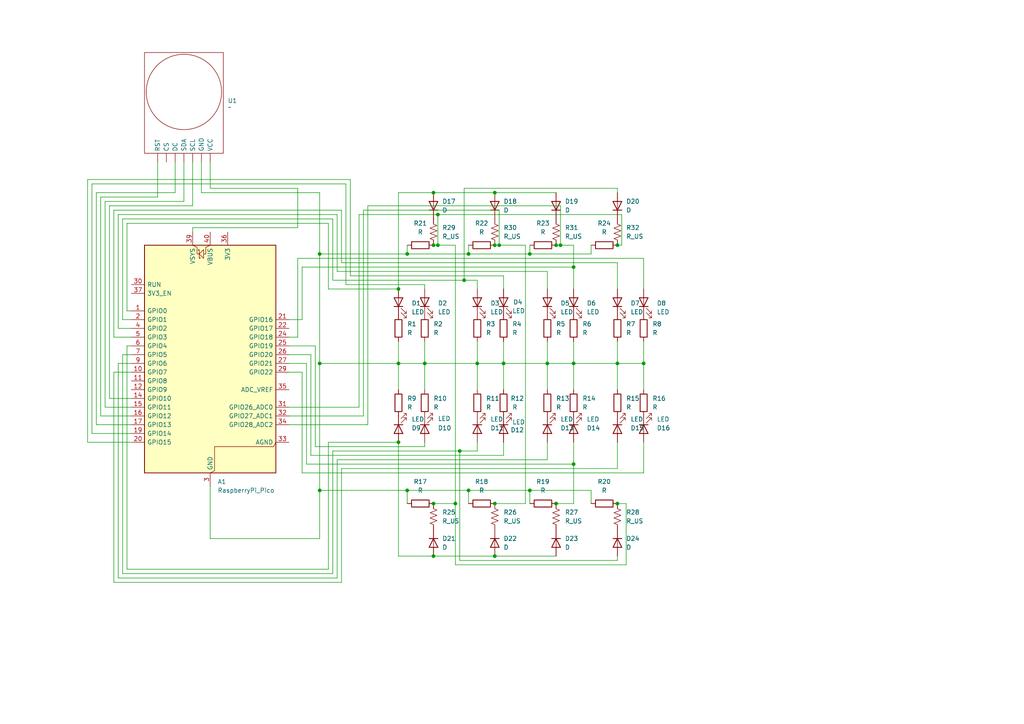
<source format=kicad_sch>
(kicad_sch (version 20250114) (generator "eeschema") (generator_version "9.0")
  (paper "A4")
  (lib_symbols
    (symbol "Device:D" (pin_numbers (hide yes)) (pin_names (offset 1.016) (hide yes))
      (property "Reference" "D" (at 0 2.54 0))
      (property "Value" "D" (at 0 -2.54 0))
      (symbol "D_0_1"
        (polyline (pts (xy -1.27 1.27) (xy -1.27 -1.27)) (stroke (width 0.254)))
        (polyline (pts (xy 1.27 1.27) (xy 1.27 -1.27) (xy -1.27 0) (xy 1.27 1.27)) (stroke (width 0.254)))
        (polyline (pts (xy 1.27 0) (xy -1.27 0)))
      )
      (symbol "D_1_1"
        (pin passive line (at -3.81 0 0) (length 2.54) (name "K") (number "1"))
        (pin passive line (at 3.81 0 180) (length 2.54) (name "A") (number "2"))
      )
    )
    (symbol "Device:LED" (pin_numbers (hide yes)) (pin_names (offset 1.016) (hide yes))
      (property "Reference" "D" (at 0 2.54 0))
      (property "Value" "LED" (at 0 -2.54 0))
      (symbol "LED_0_1"
        (polyline (pts (xy -3.048 -0.762) (xy -4.572 -2.286) (xy -3.81 -2.286) (xy -4.572 -2.286) (xy -4.572 -1.524)))
        (polyline (pts (xy -1.778 -0.762) (xy -3.302 -2.286) (xy -2.54 -2.286) (xy -3.302 -2.286) (xy -3.302 -1.524)))
        (polyline (pts (xy -1.27 0) (xy 1.27 0)))
        (polyline (pts (xy -1.27 -1.27) (xy -1.27 1.27)) (stroke (width 0.254)))
        (polyline (pts (xy 1.27 -1.27) (xy 1.27 1.27) (xy -1.27 0) (xy 1.27 -1.27)) (stroke (width 0.254)))
      )
      (symbol "LED_1_1"
        (pin passive line (at -3.81 0 0) (length 2.54) (name "K") (number "1"))
        (pin passive line (at 3.81 0 180) (length 2.54) (name "A") (number "2"))
      )
    )
    (symbol "Device:R" (pin_numbers (hide yes)) (pin_names (offset 0))
      (property "Reference" "R" (at 2.032 0 90))
      (property "Value" "R" (at 0 0 90))
      (symbol "R_0_1"
        (rectangle (start -1.016 -2.54) (end 1.016 2.54) (stroke (width 0.254)))
      )
      (symbol "R_1_1"
        (pin passive line (at 0 3.81 270) (length 1.27) (name "~") (number "1"))
        (pin passive line (at 0 -3.81 90) (length 1.27) (name "~") (number "2"))
      )
    )
    (symbol "Device:R_US" (pin_numbers (hide yes)) (pin_names (offset 0))
      (property "Reference" "R" (at 2.54 0 90))
      (property "Value" "R_US" (at -2.54 0 90))
      (symbol "R_US_0_1"
        (polyline (pts (xy 0 2.286) (xy 0 2.54)))
        (polyline (pts (xy 0 2.286) (xy 1.016 1.905) (xy 0 1.524) (xy -1.016 1.143) (xy 0 0.762)))
        (polyline (pts (xy 0 0.762) (xy 1.016 0.381) (xy 0 0) (xy -1.016 -0.381) (xy 0 -0.762)))
        (polyline (pts (xy 0 -0.762) (xy 1.016 -1.143) (xy 0 -1.524) (xy -1.016 -1.905) (xy 0 -2.286)))
        (polyline (pts (xy 0 -2.286) (xy 0 -2.54)))
      )
      (symbol "R_US_1_1"
        (pin passive line (at 0 3.81 270) (length 1.27) (name "~") (number "1"))
        (pin passive line (at 0 -3.81 90) (length 1.27) (name "~") (number "2"))
      )
    )
    (symbol "KS_Maker:gc9a01"
      (property "Reference" "U" (at 0 0 0))
      (symbol "gc9a01_0_1"
        (rectangle (start -11.43 17.78) (end 11.43 -11.43))
        (circle (center 0 6.35) (radius 10.925))
      )
      (symbol "gc9a01_1_1"
        (pin bidirectional line (at -7.62 -13.97 90) (length 2.54) (name "RST") (number ""))
        (pin bidirectional line (at -5.08 -13.97 90) (length 2.54) (name "CS") (number ""))
        (pin bidirectional line (at -2.54 -13.97 90) (length 2.54) (name "DC") (number ""))
        (pin bidirectional line (at 0 -13.97 90) (length 2.54) (name "SDA") (number ""))
        (pin bidirectional line (at 2.54 -13.97 90) (length 2.54) (name "SCL") (number ""))
        (pin bidirectional line (at 5.08 -13.97 90) (length 2.54) (name "GND") (number ""))
        (pin bidirectional line (at 7.62 -13.97 90) (length 2.54) (name "VCC") (number ""))
      )
    )
    (symbol "MCU_Module:RaspberryPi_Pico" (pin_names (offset 0.762))
      (property "Reference" "A" (at -19.05 35.56 0))
      (property "Value" "RaspberryPi_Pico" (at 7.62 35.56 0))
      (symbol "RaspberryPi_Pico_0_1"
        (rectangle (start -19.05 34.29) (end 19.05 -31.75) (stroke (width 0.254)) (fill (type background)))
        (polyline (pts (xy -5.08 34.29) (xy -3.81 33.655) (xy -3.81 31.75) (xy -3.175 31.75)))
        (polyline (pts (xy -3.429 32.766) (xy -3.429 33.02) (xy -3.175 33.02) (xy -3.175 30.48) (xy -2.921 30.48) (xy -2.921 30.734)))
        (polyline (pts (xy -3.175 31.75) (xy -1.905 33.02) (xy -1.905 30.48) (xy -3.175 31.75)))
        (polyline (pts (xy 0 34.29) (xy -1.27 33.655) (xy -1.27 31.75) (xy -1.905 31.75)))
        (polyline (pts (xy 0 -31.75) (xy 1.27 -31.115) (xy 1.27 -24.13) (xy 18.415 -24.13) (xy 19.05 -22.86)))
      )
      (symbol "RaspberryPi_Pico_1_1"
        (pin passive line (at -22.86 22.86 0) (length 3.81) (name "RUN") (number "30"))
        (pin passive line (at -22.86 20.32 0) (length 3.81) (name "3V3_EN") (number "37"))
        (pin bidirectional line (at -22.86 15.24 0) (length 3.81) (name "GPIO0") (number "1"))
        (pin bidirectional line (at -22.86 12.7 0) (length 3.81) (name "GPIO1") (number "2"))
        (pin bidirectional line (at -22.86 10.16 0) (length 3.81) (name "GPIO2") (number "4"))
        (pin bidirectional line (at -22.86 7.62 0) (length 3.81) (name "GPIO3") (number "5"))
        (pin bidirectional line (at -22.86 5.08 0) (length 3.81) (name "GPIO4") (number "6"))
        (pin bidirectional line (at -22.86 2.54 0) (length 3.81) (name "GPIO5") (number "7"))
        (pin bidirectional line (at -22.86 0 0) (length 3.81) (name "GPIO6") (number "9"))
        (pin bidirectional line (at -22.86 -2.54 0) (length 3.81) (name "GPIO7") (number "10"))
        (pin bidirectional line (at -22.86 -5.08 0) (length 3.81) (name "GPIO8") (number "11"))
        (pin bidirectional line (at -22.86 -7.62 0) (length 3.81) (name "GPIO9") (number "12"))
        (pin bidirectional line (at -22.86 -10.16 0) (length 3.81) (name "GPIO10") (number "14"))
        (pin bidirectional line (at -22.86 -12.7 0) (length 3.81) (name "GPIO11") (number "15"))
        (pin bidirectional line (at -22.86 -15.24 0) (length 3.81) (name "GPIO12") (number "16"))
        (pin bidirectional line (at -22.86 -17.78 0) (length 3.81) (name "GPIO13") (number "17"))
        (pin bidirectional line (at -22.86 -20.32 0) (length 3.81) (name "GPIO14") (number "19"))
        (pin bidirectional line (at -22.86 -22.86 0) (length 3.81) (name "GPIO15") (number "20"))
        (pin power_in line (at -5.08 38.1 270) (length 3.81) (name "VSYS") (number "39"))
        (pin power_out line (at 0 38.1 270) (length 3.81) (name "VBUS") (number "40"))
        (pin passive line (at 0 -35.56 90) (length 3.81) (hide yes) (name "GND") (number "13"))
        (pin passive line (at 0 -35.56 90) (length 3.81) (hide yes) (name "GND") (number "18"))
        (pin passive line (at 0 -35.56 90) (length 3.81) (hide yes) (name "GND") (number "23"))
        (pin passive line (at 0 -35.56 90) (length 3.81) (hide yes) (name "GND") (number "28"))
        (pin power_out line (at 0 -35.56 90) (length 3.81) (name "GND") (number "3"))
        (pin passive line (at 0 -35.56 90) (length 3.81) (hide yes) (name "GND") (number "38"))
        (pin passive line (at 0 -35.56 90) (length 3.81) (hide yes) (name "GND") (number "8"))
        (pin power_out line (at 5.08 38.1 270) (length 3.81) (name "3V3") (number "36"))
        (pin bidirectional line (at 22.86 12.7 180) (length 3.81) (name "GPIO16") (number "21"))
        (pin bidirectional line (at 22.86 10.16 180) (length 3.81) (name "GPIO17") (number "22"))
        (pin bidirectional line (at 22.86 7.62 180) (length 3.81) (name "GPIO18") (number "24"))
        (pin bidirectional line (at 22.86 5.08 180) (length 3.81) (name "GPIO19") (number "25"))
        (pin bidirectional line (at 22.86 2.54 180) (length 3.81) (name "GPIO20") (number "26"))
        (pin bidirectional line (at 22.86 0 180) (length 3.81) (name "GPIO21") (number "27"))
        (pin bidirectional line (at 22.86 -2.54 180) (length 3.81) (name "GPIO22") (number "29"))
        (pin power_in line (at 22.86 -7.62 180) (length 3.81) (name "ADC_VREF") (number "35"))
        (pin bidirectional line (at 22.86 -12.7 180) (length 3.81) (name "GPIO26_ADC0") (number "31"))
        (pin bidirectional line (at 22.86 -15.24 180) (length 3.81) (name "GPIO27_ADC1") (number "32"))
        (pin bidirectional line (at 22.86 -17.78 180) (length 3.81) (name "GPIO28_ADC2") (number "34"))
        (pin power_out line (at 22.86 -22.86 180) (length 3.81) (name "AGND") (number "33"))
      )
    )
  )
  (junction (at 143.51 55.88))
  (junction (at 92.71 105.41))
  (junction (at 135.89 73.66))
  (junction (at 143.51 161.29))
  (junction (at 138.43 105.41))
  (junction (at 186.69 105.41))
  (junction (at 143.51 71.12))
  (junction (at 166.37 105.41))
  (junction (at 125.73 161.29))
  (junction (at 125.73 55.88))
  (junction (at 123.19 105.41))
  (junction (at 92.71 142.24))
  (junction (at 166.37 77.47))
  (junction (at 161.29 71.12))
  (junction (at 135.89 142.24))
  (junction (at 125.73 146.05))
  (junction (at 153.67 142.24))
  (junction (at 134.62 81.28))
  (junction (at 118.11 142.24))
  (junction (at 179.07 71.12))
  (junction (at 115.57 83.82))
  (junction (at 161.29 146.05))
  (junction (at 115.57 105.41))
  (junction (at 179.07 146.05))
  (junction (at 127 62.23))
  (junction (at 118.11 73.66))
  (junction (at 146.05 105.41))
  (junction (at 144.78 71.12))
  (junction (at 132.08 146.05))
  (junction (at 166.37 134.62))
  (junction (at 115.57 128.27))
  (junction (at 143.51 146.05))
  (junction (at 92.71 73.66))
  (junction (at 158.75 105.41))
  (junction (at 127 71.12))
  (junction (at 125.73 71.12))
  (junction (at 162.56 71.12))
  (junction (at 133.35 130.81))
  (junction (at 153.67 73.66))
  (junction (at 179.07 105.41))
  (wire (pts (xy 179.07 135.89) (xy 179.07 128.27)))
  (wire (pts (xy 83.82 107.95) (xy 87.63 107.95)))
  (wire (pts (xy 90.17 102.87) (xy 90.17 132.08)))
  (wire (pts (xy 34.29 167.64) (xy 97.79 167.64)))
  (wire (pts (xy 179.07 76.2) (xy 179.07 83.82)))
  (wire (pts (xy 179.07 105.41) (xy 179.07 113.03)))
  (wire (pts (xy 135.89 142.24) (xy 118.11 142.24)))
  (wire (pts (xy 143.51 161.29) (xy 161.29 161.29)))
  (wire (pts (xy 35.56 166.37) (xy 35.56 102.87)))
  (wire (pts (xy 95.25 64.77) (xy 95.25 83.82)))
  (wire (pts (xy 143.51 71.12) (xy 144.78 71.12)))
  (wire (pts (xy 55.88 66.04) (xy 86.36 66.04)))
  (wire (pts (xy 144.78 60.96) (xy 144.78 71.12)))
  (wire (pts (xy 138.43 105.41) (xy 146.05 105.41)))
  (wire (pts (xy 33.02 60.96) (xy 99.06 60.96)))
  (wire (pts (xy 115.57 83.82) (xy 115.57 55.88)))
  (wire (pts (xy 132.08 163.83) (xy 132.08 146.05)))
  (wire (pts (xy 97.79 78.74) (xy 158.75 78.74)))
  (wire (pts (xy 35.56 102.87) (xy 38.1 102.87)))
  (wire (pts (xy 166.37 105.41) (xy 179.07 105.41)))
  (wire (pts (xy 25.4 128.27) (xy 25.4 52.07)))
  (wire (pts (xy 36.83 165.1) (xy 95.25 165.1)))
  (wire (pts (xy 92.71 73.66) (xy 92.71 105.41)))
  (wire (pts (xy 96.52 130.81) (xy 96.52 166.37)))
  (wire (pts (xy 171.45 142.24) (xy 153.67 142.24)))
  (wire (pts (xy 96.52 166.37) (xy 35.56 166.37)))
  (wire (pts (xy 38.1 105.41) (xy 34.29 105.41)))
  (wire (pts (xy 123.19 82.55) (xy 123.19 83.82)))
  (wire (pts (xy 123.19 99.06) (xy 123.19 105.41)))
  (wire (pts (xy 38.1 97.79) (xy 33.02 97.79)))
  (wire (pts (xy 27.94 55.88) (xy 50.8 55.88)))
  (wire (pts (xy 143.51 146.05) (xy 152.4 146.05)))
  (wire (pts (xy 91.44 129.54) (xy 123.19 129.54)))
  (wire (pts (xy 186.69 74.93) (xy 186.69 83.82)))
  (wire (pts (xy 90.17 132.08) (xy 146.05 132.08)))
  (wire (pts (xy 25.4 52.07) (xy 101.6 52.07)))
  (wire (pts (xy 38.1 100.33) (xy 36.83 100.33)))
  (wire (pts (xy 152.4 146.05) (xy 152.4 71.12)))
  (wire (pts (xy 38.1 125.73) (xy 26.67 125.73)))
  (wire (pts (xy 38.1 118.11) (xy 30.48 118.11)))
  (wire (pts (xy 60.96 140.97) (xy 60.96 156.21)))
  (wire (pts (xy 50.8 55.88) (xy 50.8 46.99)))
  (wire (pts (xy 60.96 156.21) (xy 92.71 156.21)))
  (wire (pts (xy 158.75 78.74) (xy 158.75 83.82)))
  (wire (pts (xy 134.62 81.28) (xy 134.62 54.61)))
  (wire (pts (xy 158.75 99.06) (xy 158.75 105.41)))
  (wire (pts (xy 138.43 105.41) (xy 138.43 113.03)))
  (wire (pts (xy 132.08 71.12) (xy 127 71.12)))
  (wire (pts (xy 166.37 105.41) (xy 166.37 113.03)))
  (wire (pts (xy 38.1 115.57) (xy 31.75 115.57)))
  (wire (pts (xy 133.35 130.81) (xy 96.52 130.81)))
  (wire (pts (xy 105.41 120.65) (xy 105.41 60.96)))
  (wire (pts (xy 38.1 95.25) (xy 34.29 95.25)))
  (wire (pts (xy 55.88 66.04) (xy 55.88 67.31)))
  (wire (pts (xy 127 62.23) (xy 127 71.12)))
  (wire (pts (xy 135.89 146.05) (xy 135.89 142.24)))
  (wire (pts (xy 86.36 54.61) (xy 86.36 66.04)))
  (wire (pts (xy 158.75 105.41) (xy 166.37 105.41)))
  (wire (pts (xy 83.82 97.79) (xy 86.36 97.79)))
  (wire (pts (xy 180.34 71.12) (xy 180.34 62.23)))
  (wire (pts (xy 92.71 105.41) (xy 115.57 105.41)))
  (wire (pts (xy 29.21 120.65) (xy 29.21 57.15)))
  (wire (pts (xy 34.29 62.23) (xy 97.79 62.23)))
  (wire (pts (xy 125.73 55.88) (xy 143.51 55.88)))
  (wire (pts (xy 95.25 165.1) (xy 95.25 128.27)))
  (wire (pts (xy 100.33 82.55) (xy 123.19 82.55)))
  (wire (pts (xy 96.52 81.28) (xy 134.62 81.28)))
  (wire (pts (xy 186.69 99.06) (xy 186.69 105.41)))
  (wire (pts (xy 97.79 167.64) (xy 97.79 133.35)))
  (wire (pts (xy 83.82 102.87) (xy 90.17 102.87)))
  (wire (pts (xy 92.71 73.66) (xy 118.11 73.66)))
  (wire (pts (xy 186.69 105.41) (xy 186.69 113.03)))
  (wire (pts (xy 87.63 77.47) (xy 166.37 77.47)))
  (wire (pts (xy 166.37 83.82) (xy 166.37 77.47)))
  (wire (pts (xy 31.75 59.69) (xy 55.88 59.69)))
  (wire (pts (xy 91.44 100.33) (xy 91.44 129.54)))
  (wire (pts (xy 179.07 54.61) (xy 179.07 55.88)))
  (wire (pts (xy 33.02 168.91) (xy 99.06 168.91)))
  (wire (pts (xy 92.71 105.41) (xy 92.71 142.24)))
  (wire (pts (xy 30.48 118.11) (xy 30.48 58.42)))
  (wire (pts (xy 125.73 146.05) (xy 132.08 146.05)))
  (wire (pts (xy 86.36 54.61) (xy 60.96 54.61)))
  (wire (pts (xy 86.36 74.93) (xy 186.69 74.93)))
  (wire (pts (xy 125.73 161.29) (xy 143.51 161.29)))
  (wire (pts (xy 36.83 100.33) (xy 36.83 165.1)))
  (wire (pts (xy 115.57 161.29) (xy 125.73 161.29)))
  (wire (pts (xy 138.43 130.81) (xy 133.35 130.81)))
  (wire (pts (xy 144.78 71.12) (xy 152.4 71.12)))
  (wire (pts (xy 153.67 73.66) (xy 135.89 73.66)))
  (wire (pts (xy 123.19 105.41) (xy 123.19 113.03)))
  (wire (pts (xy 161.29 71.12) (xy 162.56 71.12)))
  (wire (pts (xy 92.71 142.24) (xy 118.11 142.24)))
  (wire (pts (xy 100.33 53.34) (xy 100.33 82.55)))
  (wire (pts (xy 115.57 55.88) (xy 125.73 55.88)))
  (wire (pts (xy 123.19 129.54) (xy 123.19 128.27)))
  (wire (pts (xy 83.82 92.71) (xy 87.63 92.71)))
  (wire (pts (xy 31.75 115.57) (xy 31.75 59.69)))
  (wire (pts (xy 171.45 146.05) (xy 171.45 142.24)))
  (wire (pts (xy 97.79 133.35) (xy 158.75 133.35)))
  (wire (pts (xy 146.05 80.01) (xy 146.05 83.82)))
  (wire (pts (xy 92.71 156.21) (xy 92.71 142.24)))
  (wire (pts (xy 166.37 134.62) (xy 166.37 128.27)))
  (wire (pts (xy 181.61 163.83) (xy 132.08 163.83)))
  (wire (pts (xy 138.43 81.28) (xy 138.43 83.82)))
  (wire (pts (xy 133.35 130.81) (xy 133.35 162.56)))
  (wire (pts (xy 83.82 118.11) (xy 104.14 118.11)))
  (wire (pts (xy 53.34 58.42) (xy 53.34 46.99)))
  (wire (pts (xy 38.1 90.17) (xy 36.83 90.17)))
  (wire (pts (xy 38.1 123.19) (xy 27.94 123.19)))
  (wire (pts (xy 171.45 71.12) (xy 171.45 73.66)))
  (wire (pts (xy 99.06 76.2) (xy 179.07 76.2)))
  (wire (pts (xy 55.88 59.69) (xy 55.88 46.99)))
  (wire (pts (xy 123.19 105.41) (xy 138.43 105.41)))
  (wire (pts (xy 146.05 99.06) (xy 146.05 105.41)))
  (wire (pts (xy 135.89 73.66) (xy 118.11 73.66)))
  (wire (pts (xy 83.82 105.41) (xy 88.9 105.41)))
  (wire (pts (xy 33.02 107.95) (xy 33.02 168.91)))
  (wire (pts (xy 35.56 63.5) (xy 96.52 63.5)))
  (wire (pts (xy 34.29 95.25) (xy 34.29 62.23)))
  (wire (pts (xy 179.07 71.12) (xy 180.34 71.12)))
  (wire (pts (xy 179.07 146.05) (xy 181.61 146.05)))
  (wire (pts (xy 115.57 105.41) (xy 123.19 105.41)))
  (wire (pts (xy 181.61 146.05) (xy 181.61 163.83)))
  (wire (pts (xy 132.08 146.05) (xy 132.08 71.12)))
  (wire (pts (xy 88.9 134.62) (xy 166.37 134.62)))
  (wire (pts (xy 38.1 128.27) (xy 25.4 128.27)))
  (wire (pts (xy 58.42 46.99) (xy 58.42 55.88)))
  (wire (pts (xy 166.37 77.47) (xy 166.37 71.12)))
  (wire (pts (xy 134.62 81.28) (xy 138.43 81.28)))
  (wire (pts (xy 146.05 132.08) (xy 146.05 128.27)))
  (wire (pts (xy 115.57 105.41) (xy 115.57 113.03)))
  (wire (pts (xy 106.68 59.69) (xy 162.56 59.69)))
  (wire (pts (xy 162.56 71.12) (xy 166.37 71.12)))
  (wire (pts (xy 115.57 128.27) (xy 115.57 161.29)))
  (wire (pts (xy 104.14 62.23) (xy 127 62.23)))
  (wire (pts (xy 162.56 59.69) (xy 162.56 71.12)))
  (wire (pts (xy 105.41 60.96) (xy 144.78 60.96)))
  (wire (pts (xy 38.1 107.95) (xy 33.02 107.95)))
  (wire (pts (xy 29.21 57.15) (xy 45.72 57.15)))
  (wire (pts (xy 36.83 64.77) (xy 95.25 64.77)))
  (wire (pts (xy 180.34 62.23) (xy 127 62.23)))
  (wire (pts (xy 83.82 120.65) (xy 105.41 120.65)))
  (wire (pts (xy 95.25 128.27) (xy 115.57 128.27)))
  (wire (pts (xy 30.48 58.42) (xy 53.34 58.42)))
  (wire (pts (xy 127 71.12) (xy 125.73 71.12)))
  (wire (pts (xy 97.79 62.23) (xy 97.79 78.74)))
  (wire (pts (xy 83.82 123.19) (xy 106.68 123.19)))
  (wire (pts (xy 60.96 54.61) (xy 60.96 46.99)))
  (wire (pts (xy 104.14 118.11) (xy 104.14 62.23)))
  (wire (pts (xy 33.02 97.79) (xy 33.02 60.96)))
  (wire (pts (xy 101.6 52.07) (xy 101.6 80.01)))
  (wire (pts (xy 87.63 92.71) (xy 87.63 77.47)))
  (wire (pts (xy 158.75 105.41) (xy 158.75 113.03)))
  (wire (pts (xy 153.67 146.05) (xy 153.67 142.24)))
  (wire (pts (xy 171.45 73.66) (xy 153.67 73.66)))
  (wire (pts (xy 26.67 125.73) (xy 26.67 53.34)))
  (wire (pts (xy 95.25 83.82) (xy 115.57 83.82)))
  (wire (pts (xy 179.07 99.06) (xy 179.07 105.41)))
  (wire (pts (xy 86.36 97.79) (xy 86.36 74.93)))
  (wire (pts (xy 166.37 146.05) (xy 166.37 134.62)))
  (wire (pts (xy 34.29 105.41) (xy 34.29 167.64)))
  (wire (pts (xy 146.05 105.41) (xy 146.05 113.03)))
  (wire (pts (xy 106.68 123.19) (xy 106.68 59.69)))
  (wire (pts (xy 96.52 63.5) (xy 96.52 81.28)))
  (wire (pts (xy 115.57 99.06) (xy 115.57 105.41)))
  (wire (pts (xy 146.05 105.41) (xy 158.75 105.41)))
  (wire (pts (xy 161.29 146.05) (xy 166.37 146.05)))
  (wire (pts (xy 87.63 107.95) (xy 87.63 137.16)))
  (wire (pts (xy 186.69 137.16) (xy 186.69 128.27)))
  (wire (pts (xy 118.11 71.12) (xy 118.11 73.66)))
  (wire (pts (xy 138.43 128.27) (xy 138.43 130.81)))
  (wire (pts (xy 135.89 71.12) (xy 135.89 73.66)))
  (wire (pts (xy 143.51 55.88) (xy 161.29 55.88)))
  (wire (pts (xy 138.43 99.06) (xy 138.43 105.41)))
  (wire (pts (xy 35.56 92.71) (xy 35.56 63.5)))
  (wire (pts (xy 92.71 55.88) (xy 92.71 73.66)))
  (wire (pts (xy 27.94 123.19) (xy 27.94 55.88)))
  (wire (pts (xy 99.06 60.96) (xy 99.06 76.2)))
  (wire (pts (xy 26.67 53.34) (xy 100.33 53.34)))
  (wire (pts (xy 88.9 105.41) (xy 88.9 134.62)))
  (wire (pts (xy 158.75 133.35) (xy 158.75 128.27)))
  (wire (pts (xy 87.63 137.16) (xy 186.69 137.16)))
  (wire (pts (xy 83.82 100.33) (xy 91.44 100.33)))
  (wire (pts (xy 38.1 92.71) (xy 35.56 92.71)))
  (wire (pts (xy 134.62 54.61) (xy 179.07 54.61)))
  (wire (pts (xy 101.6 80.01) (xy 146.05 80.01)))
  (wire (pts (xy 45.72 57.15) (xy 45.72 46.99)))
  (wire (pts (xy 99.06 135.89) (xy 179.07 135.89)))
  (wire (pts (xy 153.67 71.12) (xy 153.67 73.66)))
  (wire (pts (xy 118.11 146.05) (xy 118.11 142.24)))
  (wire (pts (xy 36.83 90.17) (xy 36.83 64.77)))
  (wire (pts (xy 58.42 55.88) (xy 92.71 55.88)))
  (wire (pts (xy 133.35 162.56) (xy 179.07 162.56)))
  (wire (pts (xy 166.37 105.41) (xy 166.37 99.06)))
  (wire (pts (xy 38.1 120.65) (xy 29.21 120.65)))
  (wire (pts (xy 99.06 168.91) (xy 99.06 135.89)))
  (wire (pts (xy 179.07 105.41) (xy 186.69 105.41)))
  (wire (pts (xy 153.67 142.24) (xy 135.89 142.24)))
  (wire (pts (xy 179.07 161.29) (xy 179.07 162.56)))
  (symbol (lib_id "Device:LED") (at 123.19 124.46 90) (mirror x) (unit 1)
    (property "Reference" "D10" (at 127 124.1426 90) (effects (justify right)))
    (property "Value" "LED" (at 127 121.412 90) (effects (justify right)))
    (property "Description" "Light emitting diode" (effects (hide yes)))
    (property "Sim.Pins" "1=K 2=A" (effects (hide yes)))
  )
  (symbol (lib_id "Device:R") (at 179.07 95.25 0) (unit 1)
    (property "Reference" "R7" (at 181.61 93.9799 0) (effects (justify left)))
    (property "Value" "R" (at 181.61 96.5199 0) (effects (justify left)))
    (property "Description" "Resistor" (effects (hide yes)))
  )
  (symbol (lib_id "Device:R") (at 158.75 116.84 0) (unit 1)
    (property "Reference" "R13" (at 161.29 115.5699 0) (effects (justify left)))
    (property "Value" "R" (at 161.29 118.1099 0) (effects (justify left)))
    (property "Description" "Resistor" (effects (hide yes)))
  )
  (symbol (lib_id "Device:R") (at 166.37 95.25 0) (unit 1)
    (property "Reference" "R6" (at 168.91 93.9799 0) (effects (justify left)))
    (property "Value" "R" (at 168.91 96.5199 0) (effects (justify left)))
    (property "Description" "Resistor" (effects (hide yes)))
  )
  (symbol (lib_id "Device:R") (at 166.37 116.84 0) (unit 1)
    (property "Reference" "R14" (at 168.91 115.5699 0) (effects (justify left)))
    (property "Value" "R" (at 168.91 118.1099 0) (effects (justify left)))
    (property "Description" "Resistor" (effects (hide yes)))
  )
  (symbol (lib_id "Device:LED") (at 146.05 124.46 90) (mirror x) (unit 1)
    (property "Reference" "D12" (at 148.082 124.714 90) (effects (justify right)))
    (property "Value" "LED" (at 148.59 122.428 90) (effects (justify right)))
    (property "Description" "Light emitting diode" (effects (hide yes)))
    (property "Sim.Pins" "1=K 2=A" (effects (hide yes)))
  )
  (symbol (lib_id "Device:D") (at 179.07 59.69 90) (unit 1)
    (property "Reference" "D20" (at 181.61 58.4199 90) (effects (justify right)))
    (property "Value" "D" (at 181.61 60.9599 90) (effects (justify right)))
    (property "Description" "Diode" (effects (hide yes)))
    (property "Sim.Device" "D" (effects (hide yes)))
    (property "Sim.Pins" "1=K 2=A" (effects (hide yes)))
  )
  (symbol (lib_id "Device:R") (at 139.7 71.12 90) (unit 1)
    (property "Reference" "R22" (at 139.7 64.77 90))
    (property "Value" "R" (at 139.7 67.31 90))
    (property "Description" "Resistor" (effects (hide yes)))
  )
  (symbol (lib_id "Device:D") (at 161.29 157.48 270) (unit 1)
    (property "Reference" "D23" (at 163.83 156.2099 90) (effects (justify left)))
    (property "Value" "D" (at 163.83 158.7499 90) (effects (justify left)))
    (property "Description" "Diode" (effects (hide yes)))
    (property "Sim.Device" "D" (effects (hide yes)))
    (property "Sim.Pins" "1=K 2=A" (effects (hide yes)))
  )
  (symbol (lib_id "Device:R") (at 186.69 116.84 0) (unit 1)
    (property "Reference" "R16" (at 189.23 115.5699 0) (effects (justify left)))
    (property "Value" "R" (at 189.23 118.1099 0) (effects (justify left)))
    (property "Description" "Resistor" (effects (hide yes)))
  )
  (symbol (lib_id "Device:R_US") (at 161.29 67.31 0) (unit 1)
    (property "Reference" "R31" (at 163.83 66.0399 0) (effects (justify left)))
    (property "Value" "R_US" (at 163.83 68.5799 0) (effects (justify left)))
    (property "Description" "Resistor, US symbol" (effects (hide yes)))
  )
  (symbol (lib_id "Device:LED") (at 158.75 124.46 90) (mirror x) (unit 1)
    (property "Reference" "D13" (at 162.56 124.1426 90) (effects (justify right)))
    (property "Value" "LED" (at 162.56 121.6026 90) (effects (justify right)))
    (property "Description" "Light emitting diode" (effects (hide yes)))
    (property "Sim.Pins" "1=K 2=A" (effects (hide yes)))
  )
  (symbol (lib_id "Device:R") (at 157.48 71.12 90) (unit 1)
    (property "Reference" "R23" (at 157.48 64.77 90))
    (property "Value" "R" (at 157.48 67.31 90))
    (property "Description" "Resistor" (effects (hide yes)))
  )
  (symbol (lib_id "MCU_Module:RaspberryPi_Pico") (at 60.96 105.41 0) (unit 1)
    (property "Reference" "A1" (at 63.1033 139.7 0) (effects (justify left)))
    (property "Value" "RaspberryPi_Pico" (at 63.1033 142.24 0) (effects (justify left)))
    (property "Footprint" "Module:RaspberryPi_Pico_Common_Unspecified" (effects (hide yes)))
    (property "Datasheet" "https://datasheets.raspberrypi.com/pico/pico-datasheet.pdf" (effects (hide yes)))
    (property "Description" "Versatile and inexpensive microcontroller module powered by RP2040 dual-core Arm Cortex-M0+ processor up to 133 MHz, 264kB SRAM, 2MB QSPI flash; also supports Raspberry Pi Pico 2" (effects (hide yes)))
  )
  (symbol (lib_id "Device:R_US") (at 179.07 67.31 0) (unit 1)
    (property "Reference" "R32" (at 181.61 66.0399 0) (effects (justify left)))
    (property "Value" "R_US" (at 181.61 68.5799 0) (effects (justify left)))
    (property "Description" "Resistor, US symbol" (effects (hide yes)))
  )
  (symbol (lib_id "Device:R") (at 138.43 95.25 0) (unit 1)
    (property "Reference" "R3" (at 140.97 93.9799 0) (effects (justify left)))
    (property "Value" "R" (at 140.97 96.5199 0) (effects (justify left)))
    (property "Description" "Resistor" (effects (hide yes)))
  )
  (symbol (lib_id "Device:LED") (at 123.19 87.63 90) (unit 1)
    (property "Reference" "D2" (at 127 87.9474 90) (effects (justify right)))
    (property "Value" "LED" (at 127 90.4874 90) (effects (justify right)))
    (property "Description" "Light emitting diode" (effects (hide yes)))
    (property "Sim.Pins" "1=K 2=A" (effects (hide yes)))
  )
  (symbol (lib_id "Device:R_US") (at 125.73 67.31 0) (unit 1)
    (property "Reference" "R29" (at 128.27 66.0399 0) (effects (justify left)))
    (property "Value" "R_US" (at 128.27 68.5799 0) (effects (justify left)))
    (property "Description" "Resistor, US symbol" (effects (hide yes)))
  )
  (symbol (lib_id "Device:R_US") (at 179.07 149.86 0) (unit 1)
    (property "Reference" "R28" (at 181.61 148.5899 0) (effects (justify left)))
    (property "Value" "R_US" (at 181.61 151.1299 0) (effects (justify left)))
    (property "Description" "Resistor, US symbol" (effects (hide yes)))
  )
  (symbol (lib_id "Device:R") (at 139.7 146.05 90) (unit 1)
    (property "Reference" "R18" (at 139.7 139.7 90))
    (property "Value" "R" (at 139.7 142.24 90))
    (property "Description" "Resistor" (effects (hide yes)))
  )
  (symbol (lib_id "Device:LED") (at 166.37 87.63 90) (unit 1)
    (property "Reference" "D6" (at 170.18 87.9474 90) (effects (justify right)))
    (property "Value" "LED" (at 170.18 90.4874 90) (effects (justify right)))
    (property "Description" "Light emitting diode" (effects (hide yes)))
    (property "Sim.Pins" "1=K 2=A" (effects (hide yes)))
  )
  (symbol (lib_id "Device:R") (at 186.69 95.25 0) (unit 1)
    (property "Reference" "R8" (at 189.23 93.9799 0) (effects (justify left)))
    (property "Value" "R" (at 189.23 96.5199 0) (effects (justify left)))
    (property "Description" "Resistor" (effects (hide yes)))
  )
  (symbol (lib_id "Device:R") (at 115.57 116.84 0) (unit 1)
    (property "Reference" "R9" (at 118.11 115.5699 0) (effects (justify left)))
    (property "Value" "R" (at 118.11 118.1099 0) (effects (justify left)))
    (property "Description" "Resistor" (effects (hide yes)))
  )
  (symbol (lib_id "Device:LED") (at 138.43 124.46 90) (mirror x) (unit 1)
    (property "Reference" "D11" (at 142.24 124.1426 90) (effects (justify right)))
    (property "Value" "LED" (at 142.24 121.6026 90) (effects (justify right)))
    (property "Description" "Light emitting diode" (effects (hide yes)))
    (property "Sim.Pins" "1=K 2=A" (effects (hide yes)))
  )
  (symbol (lib_id "Device:LED") (at 138.43 87.63 90) (unit 1)
    (property "Reference" "D3" (at 142.24 87.9474 90) (effects (justify right)))
    (property "Value" "LED" (at 142.24 90.4874 90) (effects (justify right)))
    (property "Description" "Light emitting diode" (effects (hide yes)))
    (property "Sim.Pins" "1=K 2=A" (effects (hide yes)))
  )
  (symbol (lib_id "Device:R") (at 175.26 71.12 90) (unit 1)
    (property "Reference" "R24" (at 175.26 64.77 90))
    (property "Value" "R" (at 175.26 67.31 90))
    (property "Description" "Resistor" (effects (hide yes)))
  )
  (symbol (lib_id "Device:LED") (at 179.07 87.63 90) (unit 1)
    (property "Reference" "D7" (at 182.88 87.9474 90) (effects (justify right)))
    (property "Value" "LED" (at 182.88 90.4874 90) (effects (justify right)))
    (property "Description" "Light emitting diode" (effects (hide yes)))
    (property "Sim.Pins" "1=K 2=A" (effects (hide yes)))
  )
  (symbol (lib_id "Device:R") (at 138.43 116.84 0) (unit 1)
    (property "Reference" "R11" (at 140.97 115.5699 0) (effects (justify left)))
    (property "Value" "R" (at 140.97 118.1099 0) (effects (justify left)))
    (property "Description" "Resistor" (effects (hide yes)))
  )
  (symbol (lib_id "Device:R") (at 179.07 116.84 0) (unit 1)
    (property "Reference" "R15" (at 181.61 115.5699 0) (effects (justify left)))
    (property "Value" "R" (at 181.61 118.1099 0) (effects (justify left)))
    (property "Description" "Resistor" (effects (hide yes)))
  )
  (symbol (lib_id "Device:D") (at 161.29 59.69 90) (unit 1)
    (property "Reference" "D19" (at 163.83 58.4199 90) (effects (justify right)))
    (property "Value" "D" (at 163.83 60.9599 90) (effects (justify right)))
    (property "Description" "Diode" (effects (hide yes)))
    (property "Sim.Device" "D" (effects (hide yes)))
    (property "Sim.Pins" "1=K 2=A" (effects (hide yes)))
  )
  (symbol (lib_id "Device:LED") (at 115.57 87.63 90) (unit 1)
    (property "Reference" "D1" (at 119.38 87.9474 90) (effects (justify right)))
    (property "Value" "LED" (at 119.38 90.4874 90) (effects (justify right)))
    (property "Description" "Light emitting diode" (effects (hide yes)))
    (property "Sim.Pins" "1=K 2=A" (effects (hide yes)))
  )
  (symbol (lib_id "Device:R") (at 115.57 95.25 0) (unit 1)
    (property "Reference" "R1" (at 118.11 93.9799 0) (effects (justify left)))
    (property "Value" "R" (at 118.11 96.5199 0) (effects (justify left)))
    (property "Description" "Resistor" (effects (hide yes)))
  )
  (symbol (lib_id "Device:R_US") (at 161.29 149.86 0) (unit 1)
    (property "Reference" "R27" (at 163.83 148.5899 0) (effects (justify left)))
    (property "Value" "R_US" (at 163.83 151.1299 0) (effects (justify left)))
    (property "Description" "Resistor, US symbol" (effects (hide yes)))
  )
  (symbol (lib_id "Device:R_US") (at 143.51 67.31 0) (unit 1)
    (property "Reference" "R30" (at 146.05 66.0399 0) (effects (justify left)))
    (property "Value" "R_US" (at 146.05 68.5799 0) (effects (justify left)))
    (property "Description" "Resistor, US symbol" (effects (hide yes)))
  )
  (symbol (lib_id "Device:R") (at 121.92 146.05 90) (unit 1)
    (property "Reference" "R17" (at 121.92 139.7 90))
    (property "Value" "R" (at 121.92 142.24 90))
    (property "Description" "Resistor" (effects (hide yes)))
  )
  (symbol (lib_id "Device:D") (at 125.73 157.48 270) (unit 1)
    (property "Reference" "D21" (at 128.27 156.2099 90) (effects (justify left)))
    (property "Value" "D" (at 128.27 158.7499 90) (effects (justify left)))
    (property "Description" "Diode" (effects (hide yes)))
    (property "Sim.Device" "D" (effects (hide yes)))
    (property "Sim.Pins" "1=K 2=A" (effects (hide yes)))
  )
  (symbol (lib_id "Device:R") (at 146.05 116.84 0) (unit 1)
    (property "Reference" "R12" (at 148.082 115.57 0) (effects (justify left)))
    (property "Value" "R" (at 148.59 118.1099 0) (effects (justify left)))
    (property "Description" "Resistor" (effects (hide yes)))
  )
  (symbol (lib_id "Device:R") (at 146.05 95.25 0) (unit 1)
    (property "Reference" "R4" (at 148.59 93.9799 0) (effects (justify left)))
    (property "Value" "R" (at 148.59 96.5199 0) (effects (justify left)))
    (property "Description" "Resistor" (effects (hide yes)))
  )
  (symbol (lib_id "KS_Maker:gc9a01") (at 53.34 33.02 0) (unit 1)
    (property "Reference" "U1" (at 66.04 29.2099 0) (effects (justify left)))
    (property "Value" "~" (at 66.04 31.115 0) (effects (justify left)))
  )
  (symbol (lib_id "Device:LED") (at 179.07 124.46 90) (mirror x) (unit 1)
    (property "Reference" "D15" (at 182.88 124.1426 90) (effects (justify right)))
    (property "Value" "LED" (at 182.88 121.6026 90) (effects (justify right)))
    (property "Description" "Light emitting diode" (effects (hide yes)))
    (property "Sim.Pins" "1=K 2=A" (effects (hide yes)))
  )
  (symbol (lib_id "Device:R") (at 123.19 116.84 0) (unit 1)
    (property "Reference" "R10" (at 125.73 115.5699 0) (effects (justify left)))
    (property "Value" "R" (at 125.73 118.1099 0) (effects (justify left)))
    (property "Description" "Resistor" (effects (hide yes)))
  )
  (symbol (lib_id "Device:LED") (at 186.69 124.46 90) (mirror x) (unit 1)
    (property "Reference" "D16" (at 190.5 124.1426 90) (effects (justify right)))
    (property "Value" "LED" (at 190.5 121.6026 90) (effects (justify right)))
    (property "Description" "Light emitting diode" (effects (hide yes)))
    (property "Sim.Pins" "1=K 2=A" (effects (hide yes)))
  )
  (symbol (lib_id "Device:D") (at 179.07 157.48 270) (unit 1)
    (property "Reference" "D24" (at 181.61 156.2099 90) (effects (justify left)))
    (property "Value" "D" (at 181.61 158.7499 90) (effects (justify left)))
    (property "Description" "Diode" (effects (hide yes)))
    (property "Sim.Device" "D" (effects (hide yes)))
    (property "Sim.Pins" "1=K 2=A" (effects (hide yes)))
  )
  (symbol (lib_id "Device:D") (at 125.73 59.69 90) (unit 1)
    (property "Reference" "D17" (at 128.27 58.4199 90) (effects (justify right)))
    (property "Value" "D" (at 128.27 60.9599 90) (effects (justify right)))
    (property "Description" "Diode" (effects (hide yes)))
    (property "Sim.Device" "D" (effects (hide yes)))
    (property "Sim.Pins" "1=K 2=A" (effects (hide yes)))
  )
  (symbol (lib_id "Device:R") (at 175.26 146.05 90) (unit 1)
    (property "Reference" "R20" (at 175.26 139.7 90))
    (property "Value" "R" (at 175.26 142.24 90))
    (property "Description" "Resistor" (effects (hide yes)))
  )
  (symbol (lib_id "Device:LED") (at 146.05 87.63 90) (unit 1)
    (property "Reference" "D4" (at 148.844 87.63 90) (effects (justify right)))
    (property "Value" "LED" (at 148.59 90.17 90) (effects (justify right)))
    (property "Description" "Light emitting diode" (effects (hide yes)))
    (property "Sim.Pins" "1=K 2=A" (effects (hide yes)))
  )
  (symbol (lib_id "Device:LED") (at 158.75 87.63 90) (unit 1)
    (property "Reference" "D5" (at 162.56 87.9474 90) (effects (justify right)))
    (property "Value" "LED" (at 162.56 90.4874 90) (effects (justify right)))
    (property "Description" "Light emitting diode" (effects (hide yes)))
    (property "Sim.Pins" "1=K 2=A" (effects (hide yes)))
  )
  (symbol (lib_id "Device:D") (at 143.51 157.48 270) (unit 1)
    (property "Reference" "D22" (at 146.05 156.2099 90) (effects (justify left)))
    (property "Value" "D" (at 146.05 158.7499 90) (effects (justify left)))
    (property "Description" "Diode" (effects (hide yes)))
    (property "Sim.Device" "D" (effects (hide yes)))
    (property "Sim.Pins" "1=K 2=A" (effects (hide yes)))
  )
  (symbol (lib_id "Device:R") (at 158.75 95.25 0) (unit 1)
    (property "Reference" "R5" (at 161.29 93.9799 0) (effects (justify left)))
    (property "Value" "R" (at 161.29 96.5199 0) (effects (justify left)))
    (property "Description" "Resistor" (effects (hide yes)))
  )
  (symbol (lib_id "Device:R") (at 121.92 71.12 90) (unit 1)
    (property "Reference" "R21" (at 121.92 64.77 90))
    (property "Value" "R" (at 121.92 67.31 90))
    (property "Description" "Resistor" (effects (hide yes)))
  )
  (symbol (lib_id "Device:D") (at 143.51 59.69 90) (unit 1)
    (property "Reference" "D18" (at 146.05 58.4199 90) (effects (justify right)))
    (property "Value" "D" (at 146.05 60.9599 90) (effects (justify right)))
    (property "Description" "Diode" (effects (hide yes)))
    (property "Sim.Device" "D" (effects (hide yes)))
    (property "Sim.Pins" "1=K 2=A" (effects (hide yes)))
  )
  (symbol (lib_id "Device:R") (at 123.19 95.25 0) (unit 1)
    (property "Reference" "R2" (at 125.73 93.9799 0) (effects (justify left)))
    (property "Value" "R" (at 125.73 96.5199 0) (effects (justify left)))
    (property "Description" "Resistor" (effects (hide yes)))
  )
  (symbol (lib_id "Device:LED") (at 115.57 124.46 90) (mirror x) (unit 1)
    (property "Reference" "D9" (at 119.38 124.1426 90) (effects (justify right)))
    (property "Value" "LED" (at 119.38 121.6026 90) (effects (justify right)))
    (property "Description" "Light emitting diode" (effects (hide yes)))
    (property "Sim.Pins" "1=K 2=A" (effects (hide yes)))
  )
  (symbol (lib_id "Device:R") (at 157.48 146.05 90) (unit 1)
    (property "Reference" "R19" (at 157.48 139.7 90))
    (property "Value" "R" (at 157.48 142.24 90))
    (property "Description" "Resistor" (effects (hide yes)))
  )
  (symbol (lib_id "Device:R_US") (at 143.51 149.86 0) (unit 1)
    (property "Reference" "R26" (at 146.05 148.5899 0) (effects (justify left)))
    (property "Value" "R_US" (at 146.05 151.1299 0) (effects (justify left)))
    (property "Description" "Resistor, US symbol" (effects (hide yes)))
  )
  (symbol (lib_id "Device:LED") (at 186.69 87.63 90) (unit 1)
    (property "Reference" "D8" (at 190.5 87.9474 90) (effects (justify right)))
    (property "Value" "LED" (at 190.5 90.4874 90) (effects (justify right)))
    (property "Description" "Light emitting diode" (effects (hide yes)))
    (property "Sim.Pins" "1=K 2=A" (effects (hide yes)))
  )
  (symbol (lib_id "Device:R_US") (at 125.73 149.86 0) (unit 1)
    (property "Reference" "R25" (at 128.27 148.5899 0) (effects (justify left)))
    (property "Value" "R_US" (at 128.27 151.1299 0) (effects (justify left)))
    (property "Description" "Resistor, US symbol" (effects (hide yes)))
  )
  (symbol (lib_id "Device:LED") (at 166.37 124.46 90) (mirror x) (unit 1)
    (property "Reference" "D14" (at 170.18 124.1426 90) (effects (justify right)))
    (property "Value" "LED" (at 170.18 121.6026 90) (effects (justify right)))
    (property "Description" "Light emitting diode" (effects (hide yes)))
    (property "Sim.Pins" "1=K 2=A" (effects (hide yes)))
  )
)
</source>
